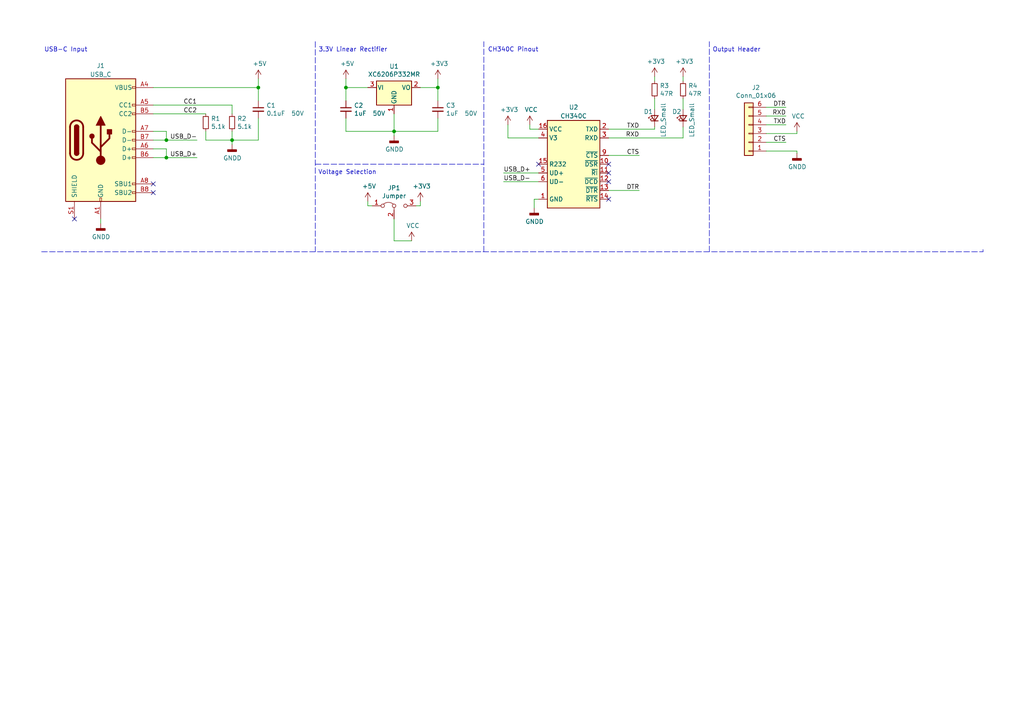
<source format=kicad_sch>
(kicad_sch (version 20211123) (generator eeschema)
  (paper "A4")
  (lib_symbols
    (symbol "Connector:USB_C_Receptacle_USB2.0" (pin_names (offset 1.016))
      (property "Reference" "J" (at -10.16 19.05 0))
      (property "Value" "USB_C_Receptacle_USB2.0" (at 19.05 19.05 0))
      (symbol "USB_C_Receptacle_USB2.0_0_0"
        (rectangle (start -0.254 -17.78) (end 0.254 -16.764))
        (rectangle (start 10.16 -14.986) (end 9.144 -15.494))
        (rectangle (start 10.16 -12.446) (end 9.144 -12.954))
        (rectangle (start 10.16 -4.826) (end 9.144 -5.334))
        (rectangle (start 10.16 -2.286) (end 9.144 -2.794))
        (rectangle (start 10.16 0.254) (end 9.144 -0.254))
        (rectangle (start 10.16 2.794) (end 9.144 2.286))
        (rectangle (start 10.16 7.874) (end 9.144 7.366))
        (rectangle (start 10.16 10.414) (end 9.144 9.906))
        (rectangle (start 10.16 15.494) (end 9.144 14.986))
      )
      (symbol "USB_C_Receptacle_USB2.0_0_1"
        (rectangle (start -10.16 17.78) (end 10.16 -17.78) (stroke (width 0.254)) (fill (type background)))
        (arc (start -8.89 -3.81) (mid -6.985 -5.715) (end -5.08 -3.81) (stroke (width 0.508)))
        (arc (start -7.62 -3.81) (mid -6.985 -4.445) (end -6.35 -3.81) (stroke (width 0.254)))
        (arc (start -7.62 -3.81) (mid -6.985 -4.445) (end -6.35 -3.81) (stroke (width 0.254)) (fill (type outline)))
        (rectangle (start -7.62 -3.81) (end -6.35 3.81) (stroke (width 0.254)) (fill (type outline)))
        (arc (start -6.35 3.81) (mid -6.985 4.445) (end -7.62 3.81) (stroke (width 0.254)))
        (arc (start -6.35 3.81) (mid -6.985 4.445) (end -7.62 3.81) (stroke (width 0.254)) (fill (type outline)))
        (arc (start -5.08 3.81) (mid -6.985 5.715) (end -8.89 3.81) (stroke (width 0.508)))
        (circle (center -2.54 1.143) (radius 0.635) (stroke (width 0.254)) (fill (type outline)))
        (circle (center 0 -5.842) (radius 1.27) (fill (type outline)))
        (polyline (pts (xy -8.89 -3.81) (xy -8.89 3.81)) (stroke (width 0.508)))
        (polyline (pts (xy -5.08 3.81) (xy -5.08 -3.81)) (stroke (width 0.508)))
        (polyline (pts (xy 0 -5.842) (xy 0 4.318)) (stroke (width 0.508)))
        (polyline (pts (xy 0 -3.302) (xy -2.54 -0.762) (xy -2.54 0.508)) (stroke (width 0.508)))
        (polyline (pts (xy 0 -2.032) (xy 2.54 0.508) (xy 2.54 1.778)) (stroke (width 0.508)))
        (polyline (pts (xy -1.27 4.318) (xy 0 6.858) (xy 1.27 4.318) (xy -1.27 4.318)) (stroke (width 0.254)) (fill (type outline)))
        (rectangle (start 1.905 1.778) (end 3.175 3.048) (stroke (width 0.254)) (fill (type outline)))
      )
      (symbol "USB_C_Receptacle_USB2.0_1_1"
        (pin passive line (at 0 -22.86 90) (length 5.08) (name "GND") (number "A1"))
        (pin passive line (at 0 -22.86 90) (length 5.08) hide (name "GND") (number "A12"))
        (pin passive line (at 15.24 15.24 180) (length 5.08) (name "VBUS") (number "A4"))
        (pin bidirectional line (at 15.24 10.16 180) (length 5.08) (name "CC1") (number "A5"))
        (pin bidirectional line (at 15.24 -2.54 180) (length 5.08) (name "D+") (number "A6"))
        (pin bidirectional line (at 15.24 2.54 180) (length 5.08) (name "D-") (number "A7"))
        (pin bidirectional line (at 15.24 -12.7 180) (length 5.08) (name "SBU1") (number "A8"))
        (pin passive line (at 15.24 15.24 180) (length 5.08) hide (name "VBUS") (number "A9"))
        (pin passive line (at 0 -22.86 90) (length 5.08) hide (name "GND") (number "B1"))
        (pin passive line (at 0 -22.86 90) (length 5.08) hide (name "GND") (number "B12"))
        (pin passive line (at 15.24 15.24 180) (length 5.08) hide (name "VBUS") (number "B4"))
        (pin bidirectional line (at 15.24 7.62 180) (length 5.08) (name "CC2") (number "B5"))
        (pin bidirectional line (at 15.24 -5.08 180) (length 5.08) (name "D+") (number "B6"))
        (pin bidirectional line (at 15.24 0 180) (length 5.08) (name "D-") (number "B7"))
        (pin bidirectional line (at 15.24 -15.24 180) (length 5.08) (name "SBU2") (number "B8"))
        (pin passive line (at 15.24 15.24 180) (length 5.08) hide (name "VBUS") (number "B9"))
        (pin passive line (at -7.62 -22.86 90) (length 5.08) (name "SHIELD") (number "S1"))
      )
    )
    (symbol "Connector_Generic:Conn_01x06" (pin_names (offset 1.016) hide)
      (property "Reference" "J" (at 0 7.62 0))
      (property "Value" "Conn_01x06" (at 0 -10.16 0))
      (symbol "Conn_01x06_1_1"
        (rectangle (start -1.27 -7.493) (end 0 -7.747) (stroke (width 0.1524)))
        (rectangle (start -1.27 -4.953) (end 0 -5.207) (stroke (width 0.1524)))
        (rectangle (start -1.27 -2.413) (end 0 -2.667) (stroke (width 0.1524)))
        (rectangle (start -1.27 0.127) (end 0 -0.127) (stroke (width 0.1524)))
        (rectangle (start -1.27 2.667) (end 0 2.413) (stroke (width 0.1524)))
        (rectangle (start -1.27 5.207) (end 0 4.953) (stroke (width 0.1524)))
        (rectangle (start -1.27 6.35) (end 1.27 -8.89) (stroke (width 0.254)) (fill (type background)))
        (pin passive line (at -5.08 5.08 0) (length 3.81) (name "Pin_1") (number "1"))
        (pin passive line (at -5.08 2.54 0) (length 3.81) (name "Pin_2") (number "2"))
        (pin passive line (at -5.08 0 0) (length 3.81) (name "Pin_3") (number "3"))
        (pin passive line (at -5.08 -2.54 0) (length 3.81) (name "Pin_4") (number "4"))
        (pin passive line (at -5.08 -5.08 0) (length 3.81) (name "Pin_5") (number "5"))
        (pin passive line (at -5.08 -7.62 0) (length 3.81) (name "Pin_6") (number "6"))
      )
    )
    (symbol "Device:C_Small" (pin_numbers hide) (pin_names (offset 0.254) hide)
      (property "Reference" "C" (at 0.254 1.778 0))
      (property "Value" "C_Small" (at 0.254 -2.032 0))
      (symbol "C_Small_0_1"
        (polyline (pts (xy -1.524 -0.508) (xy 1.524 -0.508)) (stroke (width 0.3302)))
        (polyline (pts (xy -1.524 0.508) (xy 1.524 0.508)) (stroke (width 0.3048)))
      )
      (symbol "C_Small_1_1"
        (pin passive line (at 0 2.54 270) (length 2.032) (name "~") (number "1"))
        (pin passive line (at 0 -2.54 90) (length 2.032) (name "~") (number "2"))
      )
    )
    (symbol "Device:LED_Small" (pin_numbers hide) (pin_names (offset 0.254) hide)
      (property "Reference" "D" (at -1.27 3.175 0))
      (property "Value" "LED_Small" (at -4.445 -2.54 0))
      (symbol "LED_Small_0_1"
        (polyline (pts (xy -0.762 -1.016) (xy -0.762 1.016)) (stroke (width 0.254)))
        (polyline (pts (xy 1.016 0) (xy -0.762 0)))
        (polyline (pts (xy 0.762 -1.016) (xy -0.762 0) (xy 0.762 1.016) (xy 0.762 -1.016)) (stroke (width 0.254)))
        (polyline (pts (xy 0 0.762) (xy -0.508 1.27) (xy -0.254 1.27) (xy -0.508 1.27) (xy -0.508 1.016)))
        (polyline (pts (xy 0.508 1.27) (xy 0 1.778) (xy 0.254 1.778) (xy 0 1.778) (xy 0 1.524)))
      )
      (symbol "LED_Small_1_1"
        (pin passive line (at -2.54 0 0) (length 1.778) (name "K") (number "1"))
        (pin passive line (at 2.54 0 180) (length 1.778) (name "A") (number "2"))
      )
    )
    (symbol "Device:R_Small" (pin_numbers hide) (pin_names (offset 0.254) hide)
      (property "Reference" "R" (at 0.762 0.508 0))
      (property "Value" "R_Small" (at 0.762 -1.016 0))
      (symbol "R_Small_0_1"
        (rectangle (start -0.762 1.778) (end 0.762 -1.778) (stroke (width 0.2032)))
      )
      (symbol "R_Small_1_1"
        (pin passive line (at 0 2.54 270) (length 0.762) (name "~") (number "1"))
        (pin passive line (at 0 -2.54 90) (length 0.762) (name "~") (number "2"))
      )
    )
    (symbol "Jumper:Jumper_3_Bridged12" (pin_names (offset 0) hide)
      (property "Reference" "JP" (at -2.54 -2.54 0))
      (property "Value" "Jumper_3_Bridged12" (at 0 2.794 0))
      (symbol "Jumper_3_Bridged12_0_0"
        (circle (center -3.302 0) (radius 0.508))
        (circle (center 0 0) (radius 0.508))
        (circle (center 3.302 0) (radius 0.508))
      )
      (symbol "Jumper_3_Bridged12_0_1"
        (arc (start -0.254 0.508) (mid -1.651 0.9912) (end -3.048 0.508))
        (polyline (pts (xy 0 -1.27) (xy 0 -0.508)))
      )
      (symbol "Jumper_3_Bridged12_1_1"
        (pin passive line (at -6.35 0 0) (length 2.54) (name "A") (number "1"))
        (pin input line (at 0 -3.81 90) (length 2.54) (name "C") (number "2"))
        (pin passive line (at 6.35 0 180) (length 2.54) (name "B") (number "3"))
      )
    )
    (symbol "Regulator_Linear:XC6206PxxxMR" (pin_names (offset 0.254))
      (property "Reference" "U" (at -3.81 3.175 0))
      (property "Value" "XC6206PxxxMR" (at 0 3.175 0))
      (symbol "XC6206PxxxMR_0_1"
        (rectangle (start -5.08 1.905) (end 5.08 -5.08) (stroke (width 0.254)) (fill (type background)))
      )
      (symbol "XC6206PxxxMR_1_1"
        (pin power_in line (at 0 -7.62 90) (length 2.54) (name "GND") (number "1"))
        (pin power_out line (at 7.62 0 180) (length 2.54) (name "VO") (number "2"))
        (pin power_in line (at -7.62 0 0) (length 2.54) (name "VI") (number "3"))
      )
    )
    (symbol "USBCereal:CH340C"
      (property "Reference" "U" (at -5.08 13.97 0))
      (property "Value" "CH340C" (at 1.27 13.97 0))
      (symbol "CH340C_0_1"
        (rectangle (start -7.62 12.7) (end 7.62 -12.7) (stroke (width 0.254)) (fill (type background)))
      )
      (symbol "CH340C_1_1"
        (pin power_in line (at -10.16 -10.16 0) (length 2.54) (name "GND") (number "1"))
        (pin input line (at 10.16 0 180) (length 2.54) (name "~{DSR}") (number "10"))
        (pin input line (at 10.16 -2.54 180) (length 2.54) (name "~{RI}") (number "11"))
        (pin input line (at 10.16 -5.08 180) (length 2.54) (name "~{DCD}") (number "12"))
        (pin output line (at 10.16 -7.62 180) (length 2.54) (name "~{DTR}") (number "13"))
        (pin output line (at 10.16 -10.16 180) (length 2.54) (name "~{RTS}") (number "14"))
        (pin input line (at -10.16 0 0) (length 2.54) (name "R232") (number "15"))
        (pin power_in line (at -10.16 10.16 0) (length 2.54) (name "VCC") (number "16"))
        (pin output line (at 10.16 10.16 180) (length 2.54) (name "TXD") (number "2"))
        (pin input line (at 10.16 7.62 180) (length 2.54) (name "RXD") (number "3"))
        (pin passive line (at -10.16 7.62 0) (length 2.54) (name "V3") (number "4"))
        (pin bidirectional line (at -10.16 -2.54 0) (length 2.54) (name "UD+") (number "5"))
        (pin bidirectional line (at -10.16 -5.08 0) (length 2.54) (name "UD-") (number "6"))
        (pin no_connect line (at -10.16 2.54 0) (length 2.54) hide (name "NC") (number "7"))
        (pin no_connect line (at -10.16 5.08 0) (length 2.54) hide (name "NC") (number "8"))
        (pin input line (at 10.16 2.54 180) (length 2.54) (name "~{CTS}") (number "9"))
      )
    )
    (symbol "power:+3.3V" (power) (pin_names (offset 0))
      (property "Value" "+3.3V" (at 0 3.556 0))
      (symbol "+3.3V_0_1"
        (polyline (pts (xy -0.762 1.27) (xy 0 2.54)))
        (polyline (pts (xy 0 0) (xy 0 2.54)))
        (polyline (pts (xy 0 2.54) (xy 0.762 1.27)))
      )
      (symbol "+3.3V_1_1"
        (pin power_in line (at 0 0 90) (length 0) hide (name "+3V3") (number "1"))
      )
    )
    (symbol "power:+5V" (power) (pin_names (offset 0))
      (property "Value" "+5V" (at 0 3.556 0))
      (symbol "+5V_0_1"
        (polyline (pts (xy -0.762 1.27) (xy 0 2.54)))
        (polyline (pts (xy 0 0) (xy 0 2.54)))
        (polyline (pts (xy 0 2.54) (xy 0.762 1.27)))
      )
      (symbol "+5V_1_1"
        (pin power_in line (at 0 0 90) (length 0) hide (name "+5V") (number "1"))
      )
    )
    (symbol "power:GNDD" (power) (pin_names (offset 0))
      (property "Value" "GNDD" (at 0 -3.175 0))
      (symbol "GNDD_0_1"
        (rectangle (start -1.27 -1.524) (end 1.27 -2.032) (stroke (width 0.254)) (fill (type outline)))
        (polyline (pts (xy 0 0) (xy 0 -1.524)))
      )
      (symbol "GNDD_1_1"
        (pin power_in line (at 0 0 270) (length 0) hide (name "GNDD") (number "1"))
      )
    )
    (symbol "power:VCC" (power) (pin_names (offset 0))
      (property "Value" "VCC" (at 0 3.81 0))
      (symbol "VCC_0_1"
        (polyline (pts (xy -0.762 1.27) (xy 0 2.54)))
        (polyline (pts (xy 0 0) (xy 0 2.54)))
        (polyline (pts (xy 0 2.54) (xy 0.762 1.27)))
      )
      (symbol "VCC_1_1"
        (pin power_in line (at 0 0 90) (length 0) hide (name "VCC") (number "1"))
      )
    )
  )
  (junction (at 100.33 25.4))
  (junction (at 127 25.4))
  (junction (at 48.26 45.72))
  (junction (at 114.3 38.1))
  (junction (at 74.93 25.4))
  (junction (at 67.31 40.64))
  (junction (at 48.26 40.64))
  (no_connect (at 156.21 47.625))
  (no_connect (at 44.45 53.34))
  (no_connect (at 176.53 47.625))
  (no_connect (at 176.53 52.705))
  (no_connect (at 44.45 55.88))
  (no_connect (at 176.53 50.165))
  (no_connect (at 176.53 57.785))
  (no_connect (at 21.59 63.5))
  (wire (pts (xy 48.26 40.64) (xy 57.15 40.64)))
  (wire (pts (xy 222.25 33.655) (xy 227.965 33.655)))
  (wire (pts (xy 114.3 38.1) (xy 114.3 39.37)))
  (wire (pts (xy 121.92 25.4) (xy 127 25.4)))
  (polyline (pts (xy 12.065 73.025) (xy 285.115 73.025)))
  (wire (pts (xy 100.33 38.1) (xy 114.3 38.1)))
  (wire (pts (xy 121.92 59.69) (xy 121.92 58.42)))
  (wire (pts (xy 189.865 36.83) (xy 189.865 37.465)))
  (wire (pts (xy 48.26 40.64) (xy 44.45 40.64)))
  (wire (pts (xy 127 38.1) (xy 127 34.29)))
  (wire (pts (xy 198.12 28.575) (xy 198.12 31.75)))
  (wire (pts (xy 67.31 30.48) (xy 44.45 30.48)))
  (wire (pts (xy 231.14 43.815) (xy 231.14 44.45)))
  (wire (pts (xy 114.3 33.02) (xy 114.3 38.1)))
  (wire (pts (xy 198.12 40.005) (xy 198.12 36.83)))
  (wire (pts (xy 153.67 36.195) (xy 153.67 37.465)))
  (wire (pts (xy 44.45 38.1) (xy 48.26 38.1)))
  (wire (pts (xy 120.65 59.69) (xy 121.92 59.69)))
  (wire (pts (xy 67.31 40.64) (xy 67.31 38.1)))
  (wire (pts (xy 127 22.86) (xy 127 25.4)))
  (wire (pts (xy 114.3 38.1) (xy 127 38.1)))
  (wire (pts (xy 48.26 45.72) (xy 57.15 45.72)))
  (wire (pts (xy 29.21 63.5) (xy 29.21 64.77)))
  (wire (pts (xy 74.93 40.64) (xy 67.31 40.64)))
  (wire (pts (xy 67.31 40.64) (xy 59.69 40.64)))
  (wire (pts (xy 74.93 25.4) (xy 74.93 29.21)))
  (wire (pts (xy 74.93 22.86) (xy 74.93 25.4)))
  (wire (pts (xy 59.69 38.1) (xy 59.69 40.64)))
  (polyline (pts (xy 91.44 47.625) (xy 140.335 47.625)))
  (wire (pts (xy 67.31 30.48) (xy 67.31 33.02)))
  (wire (pts (xy 156.21 40.005) (xy 147.32 40.005)))
  (wire (pts (xy 154.94 57.785) (xy 156.21 57.785)))
  (wire (pts (xy 176.53 55.245) (xy 185.42 55.245)))
  (wire (pts (xy 44.45 43.18) (xy 48.26 43.18)))
  (wire (pts (xy 44.45 25.4) (xy 74.93 25.4)))
  (wire (pts (xy 127 25.4) (xy 127 29.21)))
  (polyline (pts (xy 91.44 12.065) (xy 91.44 73.025)))
  (wire (pts (xy 176.53 37.465) (xy 189.865 37.465)))
  (wire (pts (xy 100.33 22.86) (xy 100.33 25.4)))
  (wire (pts (xy 67.31 40.64) (xy 67.31 41.91)))
  (wire (pts (xy 146.05 50.165) (xy 156.21 50.165)))
  (wire (pts (xy 100.33 25.4) (xy 106.68 25.4)))
  (wire (pts (xy 222.25 43.815) (xy 231.14 43.815)))
  (wire (pts (xy 48.26 38.1) (xy 48.26 40.64)))
  (wire (pts (xy 74.93 34.29) (xy 74.93 40.64)))
  (wire (pts (xy 198.12 22.225) (xy 198.12 23.495)))
  (wire (pts (xy 114.3 69.85) (xy 119.38 69.85)))
  (wire (pts (xy 154.94 60.325) (xy 154.94 57.785)))
  (wire (pts (xy 147.32 36.195) (xy 147.32 40.005)))
  (wire (pts (xy 100.33 25.4) (xy 100.33 29.21)))
  (polyline (pts (xy 140.335 73.025) (xy 140.335 12.065)))
  (wire (pts (xy 222.25 31.115) (xy 227.965 31.115)))
  (wire (pts (xy 222.25 41.275) (xy 227.965 41.275)))
  (wire (pts (xy 222.25 36.195) (xy 227.965 36.195)))
  (wire (pts (xy 153.67 37.465) (xy 156.21 37.465)))
  (wire (pts (xy 48.26 45.72) (xy 44.45 45.72)))
  (wire (pts (xy 106.68 58.42) (xy 106.68 59.69)))
  (wire (pts (xy 44.45 33.02) (xy 59.69 33.02)))
  (wire (pts (xy 222.25 38.735) (xy 231.14 38.735)))
  (wire (pts (xy 106.68 59.69) (xy 107.95 59.69)))
  (wire (pts (xy 114.3 63.5) (xy 114.3 69.85)))
  (wire (pts (xy 48.26 43.18) (xy 48.26 45.72)))
  (polyline (pts (xy 285.115 73.025) (xy 285.115 72.39)))
  (wire (pts (xy 189.865 28.575) (xy 189.865 31.75)))
  (wire (pts (xy 176.53 40.005) (xy 198.12 40.005)))
  (wire (pts (xy 146.05 52.705) (xy 156.21 52.705)))
  (wire (pts (xy 100.33 34.29) (xy 100.33 38.1)))
  (wire (pts (xy 176.53 45.085) (xy 185.42 45.085)))
  (polyline (pts (xy 205.74 73.025) (xy 205.74 12.065)))
  (wire (pts (xy 189.865 22.225) (xy 189.865 23.495)))
  (wire (pts (xy 231.14 38.735) (xy 231.14 38.1)))
  (text "Output Header " (at 221.615 15.24 180) (effects (font (size 1.27 1.27)) (justify right bottom)))
  (text "CH340C Pinout" (at 156.21 15.24 180) (effects (font (size 1.27 1.27)) (justify right bottom)))
  (text "Voltage Selection" (at 109.22 50.8 180) (effects (font (size 1.27 1.27)) (justify right bottom)))
  (text "USB-C Input" (at 25.4 15.24 180) (effects (font (size 1.27 1.27)) (justify right bottom)))
  (text "3.3V Linear Rectifier" (at 112.395 15.24 180) (effects (font (size 1.27 1.27)) (justify right bottom)))
  (label "TXD" (at 227.965 36.195 180))
  (label "RXD" (at 227.965 33.655 180))
  (label "CTS" (at 227.965 41.275 180))
  (label "CC1" (at 57.15 30.48 180))
  (label "DTR" (at 227.965 31.115 180))
  (label "TXD" (at 185.42 37.465 180))
  (label "USB_D-" (at 146.05 52.705 0))
  (label "USB_D+" (at 57.15 45.72 180))
  (label "CC2" (at 57.15 33.02 180))
  (label "RXD" (at 185.42 40.005 180))
  (label "CTS" (at 185.42 45.085 180))
  (label "USB_D+" (at 146.05 50.165 0))
  (label "USB_D-" (at 57.15 40.64 180))
  (label "DTR" (at 185.42 55.245 180))
  (symbol (lib_id "USBCereal:CH340C") (at 166.37 47.625 0) (unit 1)
    (property "Reference" "U2" (at 166.37 31.115 0))
    (property "Value" "CH340C" (at 166.37 33.655 0))
    (property "Footprint" "Package_SO:SOIC-16_3.9x9.9mm_P1.27mm" (effects hide))
    (property "Datasheet" "https://datasheet.lcsc.com/szlcsc/Jiangsu-Qin-Heng-CH340C_C84681.pdf" (effects hide))
    (property "LCSC" "C84681" (effects hide))
  )
  (symbol (lib_id "Connector:USB_C_Receptacle_USB2.0") (at 29.21 40.64 0) (unit 1)
    (property "Reference" "J1" (at 29.21 19.05 0))
    (property "Value" "USB_C" (at 29.21 21.59 0))
    (property "Footprint" "Connector_USB:USB_C_Receptacle_HRO_TYPE-C-31-M-12" (effects hide))
    (property "Datasheet" "https://www.usb.org/sites/default/files/documents/usb_type-c.zip" (effects hide))
    (property "Part Number" "2137160001" (effects hide))
    (property "LCSC" "C165948" (effects hide))
  )
  (symbol (lib_id "power:+5V") (at 74.93 22.86 0) (unit 1)
    (property "Reference" "#PWR03" (effects hide))
    (property "Value" "+5V" (at 75.311 18.4658 0))
  )
  (symbol (lib_id "power:GNDD") (at 29.21 64.77 0) (unit 1)
    (property "Reference" "#PWR01" (effects hide))
    (property "Value" "GNDD" (at 29.3116 68.707 0))
  )
  (symbol (lib_id "power:GNDD") (at 154.94 60.325 0) (unit 1)
    (property "Reference" "#PWR012" (effects hide))
    (property "Value" "GNDD" (at 155.0416 64.262 0))
  )
  (symbol (lib_id "Regulator_Linear:XC6206PxxxMR") (at 114.3 25.4 0) (unit 1)
    (property "Reference" "U1" (at 114.3 19.2532 0))
    (property "Value" "XC6206P332MR" (at 114.3 21.5646 0))
    (property "Footprint" "Package_TO_SOT_SMD:SOT-23" (effects hide))
    (property "Datasheet" "https://www.torexsemi.com/file/xc6206/XC6206.pdf" (effects hide))
    (property "LCSC" "C5446" (effects hide))
  )
  (symbol (lib_id "Device:C_Small") (at 74.93 31.75 0) (unit 1)
    (property "Reference" "C1" (at 77.2668 30.5816 0) (effects (justify left)))
    (property "Value" "0.1uF  50V" (at 77.2668 32.893 0) (effects (justify left)))
    (property "Footprint" "Capacitor_SMD:C_0603_1608Metric_Pad1.08x0.95mm_HandSolder" (effects hide))
    (property "Part Number" "CC0603KRX7R9BB104" (effects hide))
    (property "LCSC" "CL10A105KB8NNNC" (effects hide))
  )
  (symbol (lib_id "Device:C_Small") (at 100.33 31.75 0) (unit 1)
    (property "Reference" "C2" (at 102.6668 30.5816 0) (effects (justify left)))
    (property "Value" "1uF  50V" (at 102.6668 32.893 0) (effects (justify left)))
    (property "Footprint" "Capacitor_SMD:C_0603_1608Metric_Pad1.08x0.95mm_HandSolder" (effects hide))
    (property "Part Number" "CL10A105KB8NNNC" (effects hide))
    (property "LCSC" "CL10A105KB8NNNC" (effects hide))
  )
  (symbol (lib_id "Device:C_Small") (at 127 31.75 0) (unit 1)
    (property "Reference" "C3" (at 129.3368 30.5816 0) (effects (justify left)))
    (property "Value" "1uF  50V" (at 129.3368 32.893 0) (effects (justify left)))
    (property "Footprint" "Capacitor_SMD:C_0603_1608Metric_Pad1.08x0.95mm_HandSolder" (effects hide))
    (property "Part Number" "CL10A105KB8NNNC" (effects hide))
    (property "LCSC" "CL10A105KB8NNNC" (effects hide))
  )
  (symbol (lib_id "power:GNDD") (at 114.3 39.37 0) (unit 1)
    (property "Reference" "#PWR06" (effects hide))
    (property "Value" "GNDD" (at 114.4016 43.307 0))
  )
  (symbol (lib_id "power:+3.3V") (at 127 22.86 0) (unit 1)
    (property "Reference" "#PWR09" (effects hide))
    (property "Value" "+3.3V" (at 127.381 18.4658 0))
  )
  (symbol (lib_id "Device:R_Small") (at 59.69 35.56 0) (unit 1)
    (property "Reference" "R1" (at 61.1886 34.3916 0) (effects (justify left)))
    (property "Value" "5.1k" (at 61.1886 36.703 0) (effects (justify left)))
    (property "Footprint" "Resistor_SMD:R_0603_1608Metric_Pad0.98x0.95mm_HandSolder" (effects hide))
    (property "Part Number" "0603WAF5101T5E" (effects hide))
    (property "LCSC" "0603WAF5101T5E" (effects hide))
  )
  (symbol (lib_id "Device:R_Small") (at 67.31 35.56 0) (unit 1)
    (property "Reference" "R2" (at 68.8086 34.3916 0) (effects (justify left)))
    (property "Value" "5.1k" (at 68.8086 36.703 0) (effects (justify left)))
    (property "Footprint" "Resistor_SMD:R_0603_1608Metric_Pad0.98x0.95mm_HandSolder" (effects hide))
    (property "Part Number" "0603WAF5101T5E" (effects hide))
    (property "LCSC" "0603WAF5101T5E" (effects hide))
  )
  (symbol (lib_id "power:GNDD") (at 67.31 41.91 0) (unit 1)
    (property "Reference" "#PWR02" (effects hide))
    (property "Value" "GNDD" (at 67.4116 45.847 0))
  )
  (symbol (lib_id "power:+3.3V") (at 147.32 36.195 0) (unit 1)
    (property "Reference" "#PWR010" (effects hide))
    (property "Value" "+3.3V" (at 147.701 31.8008 0))
  )
  (symbol (lib_id "power:+5V") (at 100.33 22.86 0) (unit 1)
    (property "Reference" "#PWR04" (effects hide))
    (property "Value" "+5V" (at 100.711 18.4658 0))
  )
  (symbol (lib_id "power:VCC") (at 153.67 36.195 0) (unit 1)
    (property "Reference" "#PWR011" (effects hide))
    (property "Value" "VCC" (at 154.051 31.8008 0))
  )
  (symbol (lib_id "Jumper:Jumper_3_Bridged12") (at 114.3 59.69 0) (unit 1)
    (property "Reference" "JP1" (at 114.3 54.5084 0))
    (property "Value" "Jumper" (at 114.3 56.8198 0))
    (property "Footprint" "Connector_PinHeader_2.54mm:PinHeader_1x03_P2.54mm_Vertical" (effects hide))
  )
  (symbol (lib_id "power:+5V") (at 106.68 58.42 0) (unit 1)
    (property "Reference" "#PWR05" (effects hide))
    (property "Value" "+5V" (at 107.061 54.0258 0))
  )
  (symbol (lib_id "power:+3.3V") (at 121.92 58.42 0) (unit 1)
    (property "Reference" "#PWR08" (effects hide))
    (property "Value" "+3.3V" (at 122.301 54.0258 0))
  )
  (symbol (lib_id "power:VCC") (at 119.38 69.85 0) (unit 1)
    (property "Reference" "#PWR07" (effects hide))
    (property "Value" "VCC" (at 119.761 65.4558 0))
  )
  (symbol (lib_id "power:+3.3V") (at 189.865 22.225 0) (unit 1)
    (property "Reference" "#PWR013" (effects hide))
    (property "Value" "+3.3V" (at 190.246 17.8308 0))
  )
  (symbol (lib_id "power:+3.3V") (at 198.12 22.225 0) (unit 1)
    (property "Reference" "#PWR014" (effects hide))
    (property "Value" "+3.3V" (at 198.501 17.8308 0))
  )
  (symbol (lib_id "Device:R_Small") (at 189.865 26.035 0) (unit 1)
    (property "Reference" "R3" (at 191.3636 24.8666 0) (effects (justify left)))
    (property "Value" "47R" (at 191.3636 27.178 0) (effects (justify left)))
    (property "Footprint" "Resistor_SMD:R_0603_1608Metric_Pad0.98x0.95mm_HandSolder" (effects hide))
    (property "Part Number" "0603WAF470JT5E" (effects hide))
    (property "LCSC" "0603WAF470JT5E" (effects hide))
  )
  (symbol (lib_id "Device:R_Small") (at 198.12 26.035 0) (unit 1)
    (property "Reference" "R4" (at 199.6186 24.8666 0) (effects (justify left)))
    (property "Value" "47R" (at 199.6186 27.178 0) (effects (justify left)))
    (property "Footprint" "Resistor_SMD:R_0603_1608Metric_Pad0.98x0.95mm_HandSolder" (effects hide))
    (property "Part Number" "0603WAF470JT5E" (effects hide))
    (property "LCSC" "0603WAF470JT5E" (effects hide))
  )
  (symbol (lib_id "Device:LED_Small") (at 189.865 34.29 90) (unit 1)
    (property "Reference" "D1" (at 186.69 32.385 90) (effects (justify right)))
    (property "Value" "LED_Small" (at 192.405 29.845 0) (effects (justify right)))
    (property "Footprint" "LED_SMD:LED_0603_1608Metric_Pad1.05x0.95mm_HandSolder" (effects hide))
    (property "Part Number" "19-217/BHC-ZL1M2RY/3T" (effects hide))
    (property "LCSC" "19-217/BHC-ZL1M2RY/3T" (effects hide))
  )
  (symbol (lib_id "Device:LED_Small") (at 198.12 34.29 90) (unit 1)
    (property "Reference" "D2" (at 194.945 32.385 90) (effects (justify right)))
    (property "Value" "LED_Small" (at 200.66 29.845 0) (effects (justify right)))
    (property "Footprint" "LED_SMD:LED_0603_1608Metric_Pad1.05x0.95mm_HandSolder" (effects hide))
    (property "Part Number" "19-217/BHC-ZL1M2RY/3T" (effects hide))
    (property "LCSC" "19-217/BHC-ZL1M2RY/3T" (effects hide))
  )
  (symbol (lib_id "power:VCC") (at 231.14 38.1 0) (unit 1)
    (property "Reference" "#PWR015" (effects hide))
    (property "Value" "VCC" (at 231.521 33.7058 0))
  )
  (symbol (lib_id "Connector_Generic:Conn_01x06") (at 217.17 38.735 180) (unit 1)
    (property "Reference" "J2" (at 219.2528 25.4 0))
    (property "Value" "Conn_01x06" (at 219.2528 27.7114 0))
    (property "Footprint" "Connector_PinHeader_2.54mm:PinHeader_1x06_P2.54mm_Horizontal" (effects hide))
  )
  (symbol (lib_id "power:GNDD") (at 231.14 44.45 0) (unit 1)
    (property "Reference" "#PWR016" (effects hide))
    (property "Value" "GNDD" (at 231.2416 48.387 0))
  )
)
</source>
